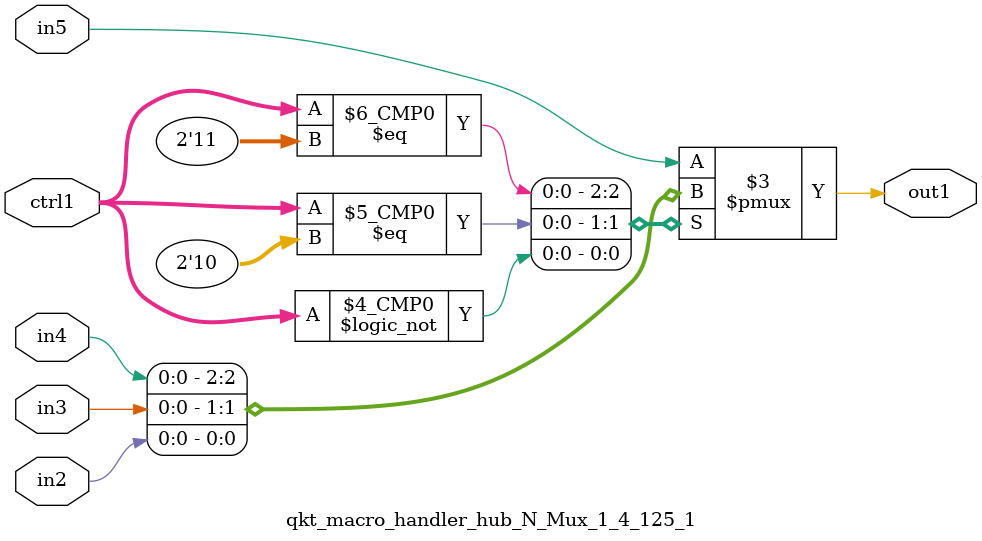
<source format=v>

`timescale 1ps / 1ps


module qkt_macro_handler_hub_N_Mux_1_4_125_1( in5, in4, in3, in2, ctrl1, out1 );

    input in5;
    input in4;
    input in3;
    input in2;
    input [1:0] ctrl1;
    output out1;
    reg out1;

    
    // rtl_process:qkt_macro_handler_hub_N_Mux_1_4_125_1/qkt_macro_handler_hub_N_Mux_1_4_125_1_thread_1
    always @*
      begin : qkt_macro_handler_hub_N_Mux_1_4_125_1_thread_1
        case (ctrl1) 
          2'd3: 
            begin
              out1 = in4;
            end
          2'd2: 
            begin
              out1 = in3;
            end
          2'd0: 
            begin
              out1 = in2;
            end
          default: 
            begin
              out1 = in5;
            end
        endcase
      end

endmodule



</source>
